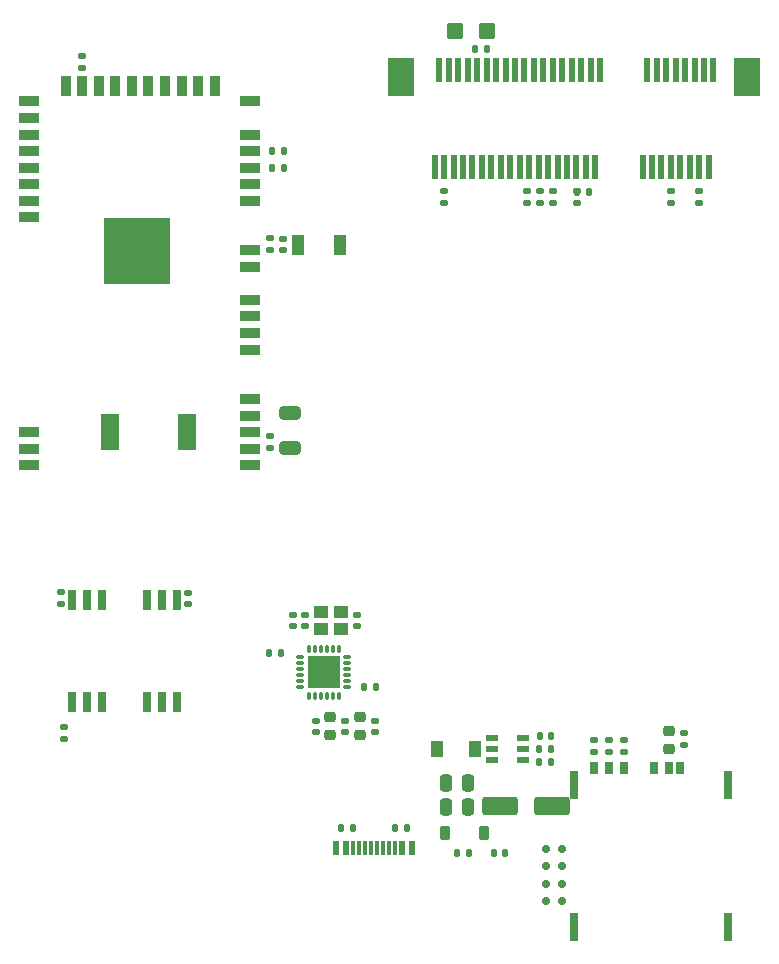
<source format=gbr>
%TF.GenerationSoftware,KiCad,Pcbnew,9.0.2*%
%TF.CreationDate,2025-06-30T16:53:14+07:00*%
%TF.ProjectId,GW11LR,47573131-4c52-42e6-9b69-6361645f7063,rev?*%
%TF.SameCoordinates,Original*%
%TF.FileFunction,Paste,Top*%
%TF.FilePolarity,Positive*%
%FSLAX46Y46*%
G04 Gerber Fmt 4.6, Leading zero omitted, Abs format (unit mm)*
G04 Created by KiCad (PCBNEW 9.0.2) date 2025-06-30 16:53:14*
%MOMM*%
%LPD*%
G01*
G04 APERTURE LIST*
G04 Aperture macros list*
%AMRoundRect*
0 Rectangle with rounded corners*
0 $1 Rounding radius*
0 $2 $3 $4 $5 $6 $7 $8 $9 X,Y pos of 4 corners*
0 Add a 4 corners polygon primitive as box body*
4,1,4,$2,$3,$4,$5,$6,$7,$8,$9,$2,$3,0*
0 Add four circle primitives for the rounded corners*
1,1,$1+$1,$2,$3*
1,1,$1+$1,$4,$5*
1,1,$1+$1,$6,$7*
1,1,$1+$1,$8,$9*
0 Add four rect primitives between the rounded corners*
20,1,$1+$1,$2,$3,$4,$5,0*
20,1,$1+$1,$4,$5,$6,$7,0*
20,1,$1+$1,$6,$7,$8,$9,0*
20,1,$1+$1,$8,$9,$2,$3,0*%
G04 Aperture macros list end*
%ADD10RoundRect,0.140000X0.170000X-0.140000X0.170000X0.140000X-0.170000X0.140000X-0.170000X-0.140000X0*%
%ADD11RoundRect,0.135000X-0.135000X-0.185000X0.135000X-0.185000X0.135000X0.185000X-0.135000X0.185000X0*%
%ADD12RoundRect,0.250000X0.250000X0.475000X-0.250000X0.475000X-0.250000X-0.475000X0.250000X-0.475000X0*%
%ADD13RoundRect,0.250000X0.450000X0.425000X-0.450000X0.425000X-0.450000X-0.425000X0.450000X-0.425000X0*%
%ADD14RoundRect,0.140000X-0.170000X0.140000X-0.170000X-0.140000X0.170000X-0.140000X0.170000X0.140000X0*%
%ADD15RoundRect,0.150000X0.150000X0.200000X-0.150000X0.200000X-0.150000X-0.200000X0.150000X-0.200000X0*%
%ADD16RoundRect,0.135000X-0.185000X0.135000X-0.185000X-0.135000X0.185000X-0.135000X0.185000X0.135000X0*%
%ADD17R,1.800000X0.900000*%
%ADD18R,0.900000X1.800000*%
%ADD19R,5.600000X5.600000*%
%ADD20R,1.600000X3.100000*%
%ADD21RoundRect,0.135000X0.135000X0.185000X-0.135000X0.185000X-0.135000X-0.185000X0.135000X-0.185000X0*%
%ADD22RoundRect,0.250000X-1.250000X-0.550000X1.250000X-0.550000X1.250000X0.550000X-1.250000X0.550000X0*%
%ADD23RoundRect,0.140000X-0.140000X-0.170000X0.140000X-0.170000X0.140000X0.170000X-0.140000X0.170000X0*%
%ADD24R,0.500000X2.000000*%
%ADD25R,2.300000X3.200000*%
%ADD26R,0.600000X1.160000*%
%ADD27R,0.300000X1.160000*%
%ADD28RoundRect,0.225000X0.250000X-0.225000X0.250000X0.225000X-0.250000X0.225000X-0.250000X-0.225000X0*%
%ADD29RoundRect,0.140000X0.140000X0.170000X-0.140000X0.170000X-0.140000X-0.170000X0.140000X-0.170000X0*%
%ADD30R,1.000000X1.400000*%
%ADD31R,1.100000X0.600000*%
%ADD32RoundRect,0.135000X0.185000X-0.135000X0.185000X0.135000X-0.185000X0.135000X-0.185000X-0.135000X0*%
%ADD33RoundRect,0.225000X0.225000X0.375000X-0.225000X0.375000X-0.225000X-0.375000X0.225000X-0.375000X0*%
%ADD34RoundRect,0.250000X-0.650000X0.325000X-0.650000X-0.325000X0.650000X-0.325000X0.650000X0.325000X0*%
%ADD35R,1.000000X1.700000*%
%ADD36R,1.150000X1.000000*%
%ADD37R,0.800000X1.140000*%
%ADD38R,0.700000X1.140000*%
%ADD39R,0.700000X2.400000*%
%ADD40RoundRect,0.250000X-0.250000X-0.475000X0.250000X-0.475000X0.250000X0.475000X-0.250000X0.475000X0*%
%ADD41O,0.700000X0.280000*%
%ADD42O,0.280000X0.700000*%
%ADD43R,2.800000X2.800000*%
%ADD44R,0.760000X1.660000*%
G04 APERTURE END LIST*
D10*
%TO.C,C39*%
X150130000Y-122310000D03*
X150130000Y-121350000D03*
%TD*%
D11*
%TO.C,R11*%
X168984000Y-124841000D03*
X170004000Y-124841000D03*
%TD*%
D12*
%TO.C,C14*%
X162975000Y-126600000D03*
X161075000Y-126600000D03*
%TD*%
D13*
%TO.C,C12*%
X164550000Y-62925000D03*
X161850000Y-62925000D03*
%TD*%
D14*
%TO.C,C13*%
X128500000Y-110495000D03*
X128500000Y-111455000D03*
%TD*%
D15*
%TO.C,D4*%
X169575000Y-132225000D03*
X170975000Y-132225000D03*
%TD*%
D10*
%TO.C,C37*%
X148125000Y-113355000D03*
X148125000Y-112395000D03*
%TD*%
D15*
%TO.C,D6*%
X169575000Y-135175000D03*
X170975000Y-135175000D03*
%TD*%
D16*
%TO.C,R31*%
X180150000Y-76490000D03*
X180150000Y-77510000D03*
%TD*%
D14*
%TO.C,C35*%
X153550000Y-112395000D03*
X153550000Y-113355000D03*
%TD*%
D17*
%TO.C,U2*%
X144525063Y-99733919D03*
X144525063Y-98333919D03*
X144525063Y-96933919D03*
X144525063Y-95533919D03*
X144525063Y-94133919D03*
X144525063Y-89933919D03*
X144525063Y-88533919D03*
X144525063Y-87133919D03*
X144525063Y-85733919D03*
X144525063Y-82933919D03*
X144525063Y-81533919D03*
X144525063Y-77333919D03*
X144525063Y-75933919D03*
X144525063Y-74533919D03*
X144525063Y-73133919D03*
X144525063Y-71733919D03*
X144525063Y-68933919D03*
D18*
X141525063Y-67633919D03*
X140125063Y-67633919D03*
X138725063Y-67633919D03*
X137325063Y-67633919D03*
X135925063Y-67633919D03*
X134525063Y-67633919D03*
X133125063Y-67633919D03*
X131725063Y-67633919D03*
X130325063Y-67633919D03*
X128925063Y-67633919D03*
D17*
X125825063Y-68933919D03*
X125825063Y-70333919D03*
X125825063Y-71733919D03*
X125825063Y-73133919D03*
X125825063Y-74533919D03*
X125825063Y-75933919D03*
X125825063Y-77333919D03*
X125825063Y-78733919D03*
X125825063Y-96933919D03*
X125825063Y-98333919D03*
X125825063Y-99733919D03*
D19*
X134925063Y-81633919D03*
D20*
X132625063Y-96883919D03*
X139225063Y-96883919D03*
%TD*%
D21*
%TO.C,R18*%
X163085000Y-132550000D03*
X162065000Y-132550000D03*
%TD*%
%TO.C,R10*%
X170019000Y-123766000D03*
X168999000Y-123766000D03*
%TD*%
D15*
%TO.C,D5*%
X169575000Y-133700000D03*
X170975000Y-133700000D03*
%TD*%
D22*
%TO.C,C1*%
X165675000Y-128600000D03*
X170075000Y-128600000D03*
%TD*%
D23*
%TO.C,C25*%
X165145000Y-132540000D03*
X166105000Y-132540000D03*
%TD*%
D10*
%TO.C,C2*%
X139250000Y-111475000D03*
X139250000Y-110515000D03*
%TD*%
D24*
%TO.C,CN1*%
X183758000Y-66258000D03*
X183358000Y-74458000D03*
X182958000Y-66258000D03*
X182558000Y-74458000D03*
X182158000Y-66258000D03*
X181758000Y-74458000D03*
X181358000Y-66258000D03*
X180958000Y-74458000D03*
X180558000Y-66258000D03*
X180158000Y-74458000D03*
X179758000Y-66258000D03*
X179358000Y-74458000D03*
X178958000Y-66258000D03*
X178558000Y-74458000D03*
X178158000Y-66258000D03*
X177758000Y-74458000D03*
X174158000Y-66258000D03*
X173758000Y-74458000D03*
X173358000Y-66258000D03*
X172958000Y-74458000D03*
X172558000Y-66258000D03*
X172158000Y-74458000D03*
X171758000Y-66258000D03*
X171358000Y-74458000D03*
X170958000Y-66258000D03*
X170558000Y-74458000D03*
X170158000Y-66258000D03*
X169758000Y-74458000D03*
X169358000Y-66258000D03*
X168958000Y-74458000D03*
X168558000Y-66258000D03*
X168158000Y-74458000D03*
X167758000Y-66258000D03*
X167358000Y-74458000D03*
X166958000Y-66258000D03*
X166558000Y-74458000D03*
X166158000Y-66258000D03*
X165758000Y-74458000D03*
X165358000Y-66258000D03*
X164958000Y-74458000D03*
X164558000Y-66258000D03*
X164158000Y-74458000D03*
X163758000Y-66258000D03*
X163358000Y-74458000D03*
X162958000Y-66258000D03*
X162558000Y-74458000D03*
X162158000Y-66258000D03*
X161758000Y-74458000D03*
X161358000Y-66258000D03*
X160958000Y-74458000D03*
X160558000Y-66258000D03*
X160158000Y-74458000D03*
D25*
X157308000Y-66858000D03*
X186608000Y-66858000D03*
%TD*%
D26*
%TO.C,J3*%
X151825000Y-132115000D03*
X152625000Y-132115000D03*
D27*
X153775000Y-132115000D03*
X154775000Y-132115000D03*
X155275000Y-132115000D03*
X156275000Y-132115000D03*
D26*
X157425000Y-132115000D03*
X158225000Y-132115000D03*
X158225000Y-132115000D03*
X157425000Y-132115000D03*
D27*
X156775000Y-132115000D03*
X155775000Y-132115000D03*
X154275000Y-132115000D03*
X153275000Y-132115000D03*
D26*
X152625000Y-132115000D03*
X151825000Y-132115000D03*
%TD*%
D11*
%TO.C,R39*%
X146390000Y-74525000D03*
X147410000Y-74525000D03*
%TD*%
D28*
%TO.C,C29*%
X179975000Y-123750000D03*
X179975000Y-122200000D03*
%TD*%
D23*
%TO.C,C41*%
X154195000Y-118500000D03*
X155155000Y-118500000D03*
%TD*%
D29*
%TO.C,C19*%
X169999000Y-122691000D03*
X169039000Y-122691000D03*
%TD*%
D10*
%TO.C,C42*%
X152575000Y-122310000D03*
X152575000Y-121350000D03*
%TD*%
D30*
%TO.C,L1*%
X163594000Y-123756000D03*
X160394000Y-123756000D03*
%TD*%
D10*
%TO.C,C43*%
X155075000Y-122310000D03*
X155075000Y-121350000D03*
%TD*%
D11*
%TO.C,R38*%
X146390000Y-73125000D03*
X147410000Y-73125000D03*
%TD*%
D21*
%TO.C,R7*%
X153280000Y-130450000D03*
X152260000Y-130450000D03*
%TD*%
D16*
%TO.C,R44*%
X128778000Y-121918000D03*
X128778000Y-122938000D03*
%TD*%
%TO.C,R22*%
X169100000Y-76490000D03*
X169100000Y-77510000D03*
%TD*%
D15*
%TO.C,D7*%
X169575000Y-136650000D03*
X170975000Y-136650000D03*
%TD*%
D11*
%TO.C,R8*%
X156790000Y-130450000D03*
X157810000Y-130450000D03*
%TD*%
D31*
%TO.C,U4*%
X164969000Y-122831000D03*
X164969000Y-123781000D03*
X164969000Y-124731000D03*
X167669000Y-124731000D03*
X167669000Y-123781000D03*
X167669000Y-122831000D03*
%TD*%
D16*
%TO.C,R13*%
X130325000Y-65065000D03*
X130325000Y-66085000D03*
%TD*%
D10*
%TO.C,C6*%
X147275000Y-81505000D03*
X147275000Y-80545000D03*
%TD*%
D32*
%TO.C,R37*%
X146225000Y-81535000D03*
X146225000Y-80515000D03*
%TD*%
D16*
%TO.C,R21*%
X168000000Y-76490000D03*
X168000000Y-77510000D03*
%TD*%
D33*
%TO.C,D11*%
X164300000Y-130850000D03*
X161000000Y-130850000D03*
%TD*%
D34*
%TO.C,C15*%
X147925000Y-95300000D03*
X147925000Y-98250000D03*
%TD*%
D16*
%TO.C,R25*%
X181275000Y-122440000D03*
X181275000Y-123460000D03*
%TD*%
D32*
%TO.C,R27*%
X173625000Y-124035000D03*
X173625000Y-123015000D03*
%TD*%
D35*
%TO.C,SW5*%
X148575000Y-81050000D03*
X152181800Y-81050000D03*
%TD*%
D36*
%TO.C,Y1*%
X152250000Y-112175000D03*
X150500000Y-112175000D03*
X150500000Y-113575000D03*
X152250000Y-113575000D03*
%TD*%
D32*
%TO.C,R32*%
X172200000Y-77555000D03*
X172200000Y-76535000D03*
%TD*%
D14*
%TO.C,C10*%
X170150000Y-76545000D03*
X170150000Y-77505000D03*
%TD*%
D37*
%TO.C,SIM1*%
X178710400Y-125336400D03*
X176170400Y-125336400D03*
X173630400Y-125336400D03*
D38*
X179980400Y-125336400D03*
D37*
X174900400Y-125336400D03*
D38*
X180930400Y-125336400D03*
D39*
X171960400Y-126816400D03*
X171960400Y-138816400D03*
X184960400Y-138816400D03*
X184960400Y-126816400D03*
%TD*%
D14*
%TO.C,C36*%
X149175000Y-112395000D03*
X149175000Y-113355000D03*
%TD*%
D29*
%TO.C,C45*%
X147130000Y-115650000D03*
X146170000Y-115650000D03*
%TD*%
D28*
%TO.C,C38*%
X151325000Y-122600000D03*
X151325000Y-121050000D03*
%TD*%
D14*
%TO.C,C9*%
X160950000Y-76540000D03*
X160950000Y-77500000D03*
%TD*%
D40*
%TO.C,C3*%
X161075000Y-128650000D03*
X162975000Y-128650000D03*
%TD*%
D28*
%TO.C,C44*%
X153825000Y-122600000D03*
X153825000Y-121050000D03*
%TD*%
D41*
%TO.C,U7*%
X148775000Y-116000000D03*
X148775000Y-116500000D03*
X148775000Y-117000000D03*
X148775000Y-117500000D03*
X148775000Y-118000000D03*
X148775000Y-118500000D03*
D42*
X149525000Y-119250000D03*
X150025000Y-119250000D03*
X150525000Y-119250000D03*
X151025000Y-119250000D03*
X151525000Y-119250000D03*
X152025000Y-119250000D03*
D41*
X152775000Y-118500000D03*
X152775000Y-118000000D03*
X152775000Y-117500000D03*
X152775000Y-117000000D03*
X152775000Y-116500000D03*
X152775000Y-116000000D03*
D42*
X152025000Y-115250000D03*
X151525000Y-115250000D03*
X151025000Y-115250000D03*
X150525000Y-115250000D03*
X150025000Y-115250000D03*
X149525000Y-115250000D03*
D43*
X150775000Y-117260000D03*
%TD*%
D23*
%TO.C,C16*%
X163595000Y-64500000D03*
X164555000Y-64500000D03*
%TD*%
D14*
%TO.C,C11*%
X182525000Y-76540000D03*
X182525000Y-77500000D03*
%TD*%
D32*
%TO.C,R28*%
X176175000Y-124010000D03*
X176175000Y-122990000D03*
%TD*%
D14*
%TO.C,C22*%
X146200000Y-97295000D03*
X146200000Y-98255000D03*
%TD*%
D32*
%TO.C,R26*%
X174900000Y-124010000D03*
X174900000Y-122990000D03*
%TD*%
D44*
%TO.C,T1*%
X138325000Y-111180000D03*
X137045000Y-111180000D03*
X135785000Y-111180000D03*
X131965000Y-111180000D03*
X130705000Y-111180000D03*
X129435000Y-111180000D03*
X129435000Y-119820000D03*
X130705000Y-119820000D03*
X131965000Y-119820000D03*
X135785000Y-119820000D03*
X137045000Y-119820000D03*
X138325000Y-119820000D03*
%TD*%
D21*
%TO.C,R23*%
X173210000Y-76600000D03*
X172190000Y-76600000D03*
%TD*%
M02*

</source>
